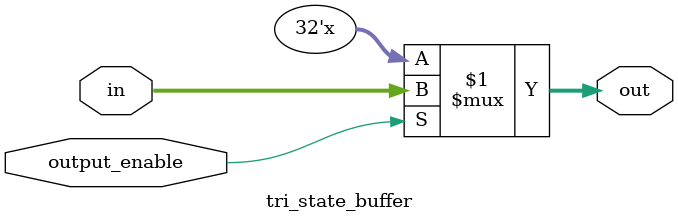
<source format=v>
module tri_state_buffer(in, output_enable, out);
    input [31:0] in;
    input output_enable;
    output [31:0] out;

    assign out = output_enable ? in : {32{1'bz}};

endmodule
</source>
